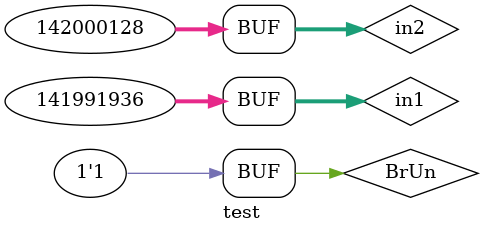
<source format=v>
module test ();
  reg [31:0] in1;
  reg [31:0] in2;
  reg BrUn;

  wire eq;
  wire lt;

  riscv_branch_comp u_comp (
    .rs1 (in1),
    .rs2 (in2),
    .BrUn (BrUn),
    .BrEq (eq),
    .BrLT (lt)
  );

  initial begin
    in1 = 32'hFFFF_F000;
    in2 = 32'h0FFF_FFFF;
    BrUn = 1'b0;
    #30 BrUn = 1'b1;
    #30 in1 = 32'h9876_0000;
     in2 = 32'h9876_0000;
    #31 BrUn = 1'b0;
    #30 in1 = 32'hF876_0000;
     in2 = 32'hF876_0000;
    #31 BrUn = 1'b1;
    #30 in1 = 32'hF876_0500;
     in2 = 32'hF876_0000;
    #31 BrUn = 1'b0;
    #30 in1 = 32'hF876_0500;
     in2 = 32'hF876_A000;
    #31 BrUn = 1'b1;
    #30 in1 = 32'h0876_A000;
     in2 = 32'h0876_0000;
    #31 BrUn = 1'b0;
    #30 in1 = 32'h0876_A000;
     in2 = 32'h0876_C000;
    #31 BrUn = 1'b1;
    #50;
    #50;
  end

endmodule

</source>
